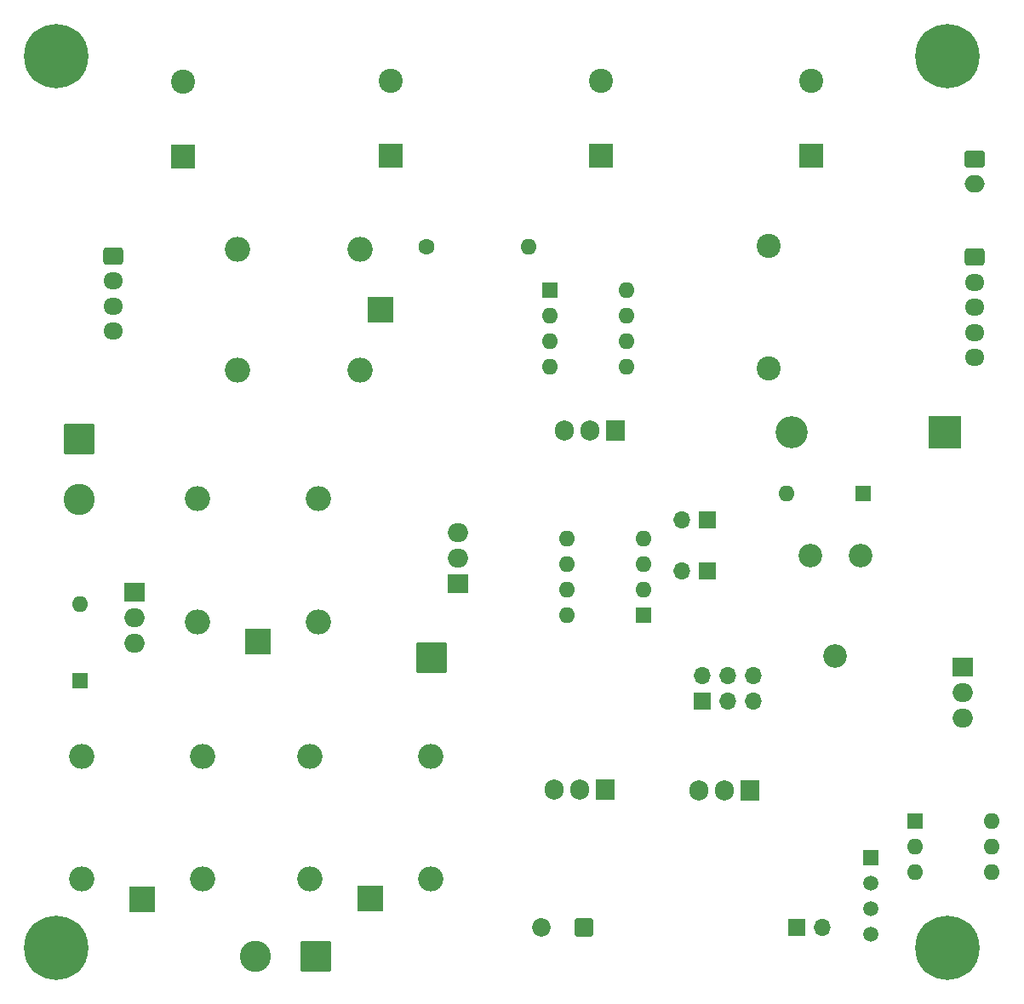
<source format=gbs>
%TF.GenerationSoftware,KiCad,Pcbnew,8.0.2-8.0.2-0~ubuntu24.04.1*%
%TF.CreationDate,2024-05-08T13:27:02+02:00*%
%TF.ProjectId,astrobox_power,61737472-6f62-46f7-985f-706f7765722e,3*%
%TF.SameCoordinates,Original*%
%TF.FileFunction,Soldermask,Bot*%
%TF.FilePolarity,Negative*%
%FSLAX46Y46*%
G04 Gerber Fmt 4.6, Leading zero omitted, Abs format (unit mm)*
G04 Created by KiCad (PCBNEW 8.0.2-8.0.2-0~ubuntu24.04.1) date 2024-05-08 13:27:02*
%MOMM*%
%LPD*%
G01*
G04 APERTURE LIST*
G04 Aperture macros list*
%AMRoundRect*
0 Rectangle with rounded corners*
0 $1 Rounding radius*
0 $2 $3 $4 $5 $6 $7 $8 $9 X,Y pos of 4 corners*
0 Add a 4 corners polygon primitive as box body*
4,1,4,$2,$3,$4,$5,$6,$7,$8,$9,$2,$3,0*
0 Add four circle primitives for the rounded corners*
1,1,$1+$1,$2,$3*
1,1,$1+$1,$4,$5*
1,1,$1+$1,$6,$7*
1,1,$1+$1,$8,$9*
0 Add four rect primitives between the rounded corners*
20,1,$1+$1,$2,$3,$4,$5,0*
20,1,$1+$1,$4,$5,$6,$7,0*
20,1,$1+$1,$6,$7,$8,$9,0*
20,1,$1+$1,$8,$9,$2,$3,0*%
G04 Aperture macros list end*
%ADD10R,1.700000X1.700000*%
%ADD11O,1.700000X1.700000*%
%ADD12R,2.500000X2.500000*%
%ADD13O,2.500000X2.500000*%
%ADD14C,6.400000*%
%ADD15R,1.600000X1.600000*%
%ADD16O,1.600000X1.600000*%
%ADD17R,1.905000X2.000000*%
%ADD18O,1.905000X2.000000*%
%ADD19C,2.340000*%
%ADD20RoundRect,0.249999X1.300001X1.300001X-1.300001X1.300001X-1.300001X-1.300001X1.300001X-1.300001X0*%
%ADD21C,3.100000*%
%ADD22RoundRect,0.249999X-1.300001X-1.300001X1.300001X-1.300001X1.300001X1.300001X-1.300001X1.300001X0*%
%ADD23R,2.400000X2.400000*%
%ADD24C,2.400000*%
%ADD25RoundRect,0.250000X0.675000X0.675000X-0.675000X0.675000X-0.675000X-0.675000X0.675000X-0.675000X0*%
%ADD26C,1.850000*%
%ADD27RoundRect,0.250000X-0.725000X0.600000X-0.725000X-0.600000X0.725000X-0.600000X0.725000X0.600000X0*%
%ADD28O,1.950000X1.700000*%
%ADD29R,3.200000X3.200000*%
%ADD30O,3.200000X3.200000*%
%ADD31R,2.000000X1.905000*%
%ADD32O,2.000000X1.905000*%
%ADD33RoundRect,0.250000X-0.750000X0.600000X-0.750000X-0.600000X0.750000X-0.600000X0.750000X0.600000X0*%
%ADD34O,2.000000X1.700000*%
%ADD35RoundRect,0.249999X-1.300001X1.300001X-1.300001X-1.300001X1.300001X-1.300001X1.300001X1.300001X0*%
%ADD36C,1.600000*%
%ADD37R,1.500000X1.500000*%
%ADD38C,1.500000*%
G04 APERTURE END LIST*
D10*
X138120000Y-92400000D03*
D11*
X135580000Y-92400000D03*
D12*
X81920000Y-130127500D03*
D13*
X87920000Y-128127500D03*
X87920000Y-115927500D03*
X75920000Y-115927500D03*
X75920000Y-128127500D03*
D14*
X162000000Y-46228000D03*
D15*
X122514200Y-69555200D03*
D16*
X122514200Y-72095200D03*
X122514200Y-74635200D03*
X122514200Y-77175200D03*
X130134200Y-77175200D03*
X130134200Y-74635200D03*
X130134200Y-72095200D03*
X130134200Y-69555200D03*
D17*
X127975000Y-119275000D03*
D18*
X125435000Y-119275000D03*
X122895000Y-119275000D03*
D15*
X75742800Y-108407200D03*
D16*
X75742800Y-100787200D03*
D14*
X73406000Y-46228000D03*
D15*
X153593800Y-89738200D03*
D16*
X145973800Y-89738200D03*
D19*
X148353000Y-95965000D03*
X150853000Y-105965000D03*
X153353000Y-95965000D03*
D20*
X99212400Y-135813800D03*
D21*
X93212400Y-135813800D03*
D17*
X129006600Y-83540600D03*
D18*
X126466600Y-83540600D03*
X123926600Y-83540600D03*
D12*
X104620000Y-130100000D03*
D13*
X110620000Y-128100000D03*
X110620000Y-115900000D03*
X98620000Y-115900000D03*
X98620000Y-128100000D03*
D22*
X110675000Y-106150000D03*
D12*
X105614600Y-71470000D03*
D13*
X103614600Y-65470000D03*
X91414600Y-65470000D03*
X91414600Y-77470000D03*
X103614600Y-77470000D03*
D15*
X158836200Y-122417600D03*
D16*
X158836200Y-124957600D03*
X158836200Y-127497600D03*
X166456200Y-127497600D03*
X166456200Y-124957600D03*
X166456200Y-122417600D03*
D23*
X127584200Y-56182780D03*
D24*
X127584200Y-48682780D03*
D25*
X125820000Y-133000000D03*
D26*
X121620000Y-133000000D03*
D23*
X85949400Y-56260600D03*
D24*
X85949400Y-48760600D03*
D27*
X79075000Y-66125000D03*
D28*
X79075000Y-68625000D03*
X79075000Y-71125000D03*
X79075000Y-73625000D03*
D23*
X106680000Y-56184800D03*
D24*
X106680000Y-48684800D03*
D29*
X161721800Y-83642200D03*
D30*
X146481800Y-83642200D03*
D31*
X81175000Y-99560000D03*
D32*
X81175000Y-102100000D03*
X81175000Y-104640000D03*
D33*
X164710600Y-56484200D03*
D34*
X164710600Y-58984200D03*
D10*
X137668000Y-110464600D03*
D11*
X137668000Y-107924600D03*
X140208000Y-110464600D03*
X140208000Y-107924600D03*
X142748000Y-110464600D03*
X142748000Y-107924600D03*
D24*
X144221200Y-65121600D03*
X144221200Y-77321600D03*
D17*
X142365000Y-119300000D03*
D18*
X139825000Y-119300000D03*
X137285000Y-119300000D03*
D23*
X148463000Y-56182780D03*
D24*
X148463000Y-48682780D03*
D35*
X75620000Y-84400000D03*
D21*
X75620000Y-90400000D03*
D14*
X73406000Y-135000000D03*
D12*
X93420000Y-104527500D03*
D13*
X99420000Y-102527500D03*
X99420000Y-90327500D03*
X87420000Y-90327500D03*
X87420000Y-102527500D03*
D36*
X110210600Y-65201800D03*
D16*
X120370600Y-65201800D03*
D10*
X138120000Y-97500000D03*
D11*
X135580000Y-97500000D03*
D14*
X162000000Y-135000000D03*
D31*
X113320000Y-98780000D03*
D32*
X113320000Y-96240000D03*
X113320000Y-93700000D03*
D31*
X163550600Y-107086400D03*
D32*
X163550600Y-109626400D03*
X163550600Y-112166400D03*
D10*
X147045000Y-133000000D03*
D11*
X149585000Y-133000000D03*
D37*
X154427900Y-125979900D03*
D38*
X154427900Y-128519900D03*
X154427900Y-131059900D03*
X154427900Y-133599900D03*
D15*
X131820000Y-101900000D03*
D16*
X131820000Y-99360000D03*
X131820000Y-96820000D03*
X131820000Y-94280000D03*
X124200000Y-94280000D03*
X124200000Y-96820000D03*
X124200000Y-99360000D03*
X124200000Y-101900000D03*
D27*
X164710600Y-66272400D03*
D28*
X164710600Y-68772400D03*
X164710600Y-71272400D03*
X164710600Y-73772400D03*
X164710600Y-76272400D03*
M02*

</source>
